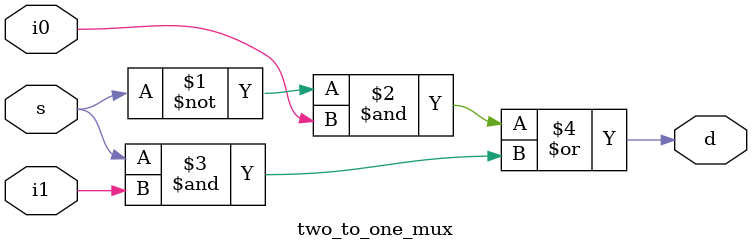
<source format=sv>
`timescale 1ns / 1ps



module two_to_one_mux(i1, i0, s, d);
    
    input i1, i0, s;
    output d;
    assign d= ~s&i0 | s&i1;
    
endmodule
</source>
